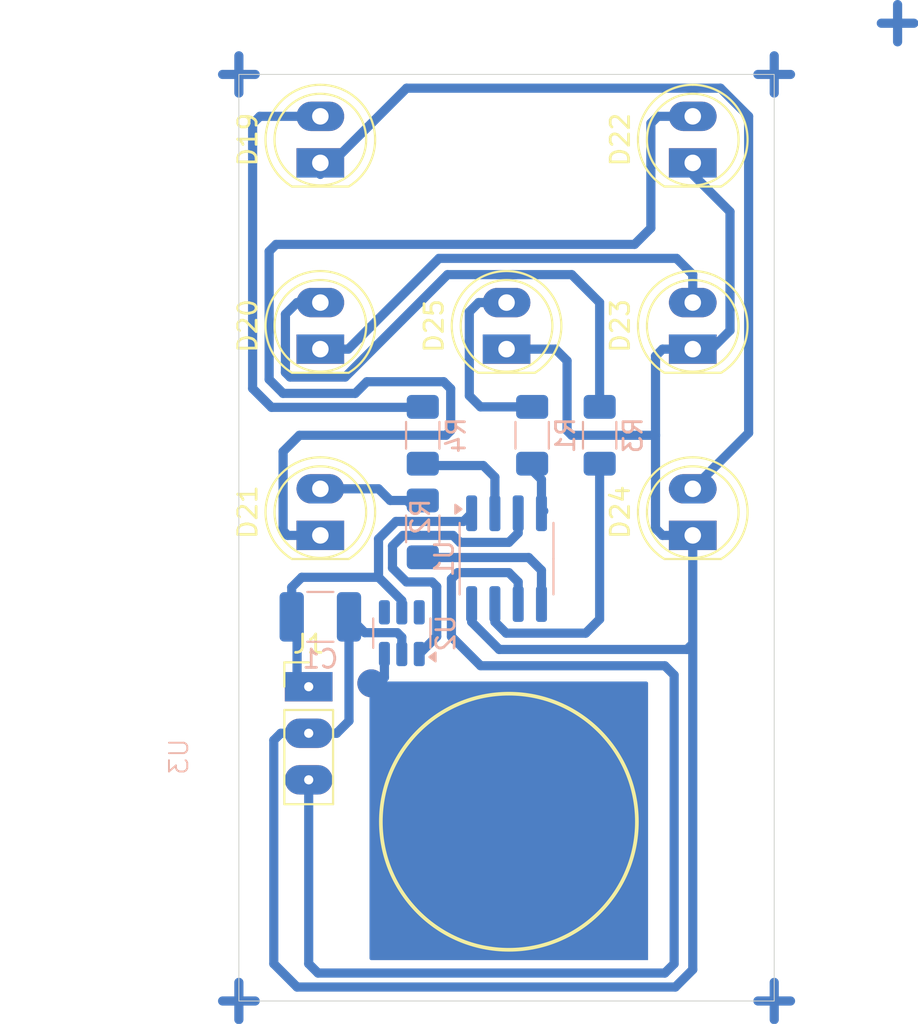
<source format=kicad_pcb>
(kicad_pcb (version 20240108) (generator "pcbnew") (generator_version "8.0")
  (layers (0 "F.Cu" signal) (31 "B.Cu" signal) (34 "B.Paste" user) (35 "F.Paste" user) (36 "B.SilkS" user "B.Silkscreen") (37 "F.SilkS" user "F.Silkscreen") (38 "B.Mask" user) (39 "F.Mask" user) (44 "Edge.Cuts" user))
  (net 0 "")
  (net 1 "GND")
  (net 2 "+5V")
  (net 3 "Net-(D19-A)")
  (net 4 "Net-(D19-K)")
  (net 5 "Net-(D20-A)")
  (net 6 "Net-(D20-K)")
  (net 7 "Net-(D21-K)")
  (net 8 "Net-(D21-A)")
  (net 9 "Net-(D25-A)")
  (net 10 "Net-(U1-PA2)")
  (net 11 "Net-(U1-PA3)")
  (net 12 "Net-(U1-PA6)")
  (net 13 "Net-(U1-PA7)")
  (net 15 "Net-(U2-In)")
  (net 17 "Net-(J1-Pin_3)")
  (net 18 "Net-(U1-PA1)")
  (footprint "ownFootprints:LED_D5.0mm" (layer "F.Cu") (at 147.32 48.26 90)
    (property "Reference" "D22" (at 1.27 -3.96 -90) (layer "F.SilkS"))
    (property "Value" "Red")
    (fp_line (start -1.29 -1.545) (end -1.29 1.545) (stroke (width 0.12)) (layer "F.SilkS"))
    (fp_arc (start -1.29 -1.54483) (mid 2.072002 -2.880433) (end 4.26 0.000462) (stroke (width 0.12)) (layer "F.SilkS"))
    (fp_arc (start 4.26 -0.000462) (mid 2.072002 2.880433) (end -1.29 1.54483) (stroke (width 0.12)) (layer "F.SilkS"))
    (fp_circle (center 1.27 0) (end 3.77 0) (stroke (width 0.12)) (fill none) (layer "F.SilkS"))
    (pad "1" thru_hole rect (at 0 0 90) (size 1.6 2.6) (drill 0.9) (layers "*.Cu" "*.Mask") (net 1 "GND"))
    (pad "2" thru_hole oval (at 2.54 0 90) (size 1.6 2.6) (drill 0.9) (layers "*.Cu" "*.Mask") (net 7 "Net-(D21-K)"))
  )
  (footprint "ownFootprints:LED_D5.0mm" (layer "F.Cu") (at 127 58.42 90)
    (property "Reference" "D20" (at 1.27 -3.96 -90) (layer "F.SilkS"))
    (property "Value" "Red")
    (fp_line (start -1.29 -1.545) (end -1.29 1.545) (stroke (width 0.12)) (layer "F.SilkS"))
    (fp_arc (start -1.29 -1.54483) (mid 2.072002 -2.880433) (end 4.26 0.000462) (stroke (width 0.12)) (layer "F.SilkS"))
    (fp_arc (start 4.26 -0.000462) (mid 2.072002 2.880433) (end -1.29 1.54483) (stroke (width 0.12)) (layer "F.SilkS"))
    (fp_circle (center 1.27 0) (end 3.77 0) (stroke (width 0.12)) (fill none) (layer "F.SilkS"))
    (pad "1" thru_hole rect (at 0 0 90) (size 1.6 2.6) (drill 0.9) (layers "*.Cu" "*.Mask") (net 6 "Net-(D20-K)"))
    (pad "2" thru_hole oval (at 2.54 0 90) (size 1.6 2.6) (drill 0.9) (layers "*.Cu" "*.Mask") (net 5 "Net-(D20-A)"))
  )
  (footprint "ownFootprints:LED_D5.0mm" (layer "F.Cu") (at 147.32 68.58 90)
    (property "Reference" "D24" (at 1.27 -3.96 -90) (layer "F.SilkS"))
    (property "Value" "Red")
    (fp_line (start -1.29 -1.545) (end -1.29 1.545) (stroke (width 0.12)) (layer "F.SilkS"))
    (fp_arc (start -1.29 -1.54483) (mid 2.072002 -2.880433) (end 4.26 0.000462) (stroke (width 0.12)) (layer "F.SilkS"))
    (fp_arc (start 4.26 -0.000462) (mid 2.072002 2.880433) (end -1.29 1.54483) (stroke (width 0.12)) (layer "F.SilkS"))
    (fp_circle (center 1.27 0) (end 3.77 0) (stroke (width 0.12)) (fill none) (layer "F.SilkS"))
    (pad "1" thru_hole rect (at 0 0 90) (size 1.6 2.6) (drill 0.9) (layers "*.Cu" "*.Mask") (net 1 "GND"))
    (pad "2" thru_hole oval (at 2.54 0 90) (size 1.6 2.6) (drill 0.9) (layers "*.Cu" "*.Mask") (net 4 "Net-(D19-K)"))
  )
  (footprint "ownFootprints:PinHeader_1x03_P2.54mm_Vertical" (layer "F.Cu") (at 126.365 76.835)
    (property "Reference" "J1" (at 0 -2.33 0) (layer "F.SilkS"))
    (property "Value" "Conn_01x03_Pin")
    (fp_line (start -1.33 -1.33) (end 0 -1.33) (stroke (width 0.12)) (layer "F.SilkS"))
    (fp_line (start -1.33 0) (end -1.33 -1.33) (stroke (width 0.12)) (layer "F.SilkS"))
    (fp_line (start -1.33 1.27) (end -1.33 6.41) (stroke (width 0.12)) (layer "F.SilkS"))
    (fp_line (start -1.33 1.27) (end 1.33 1.27) (stroke (width 0.12)) (layer "F.SilkS"))
    (fp_line (start -1.33 6.41) (end 1.33 6.41) (stroke (width 0.12)) (layer "F.SilkS"))
    (fp_line (start 1.33 1.27) (end 1.33 6.41) (stroke (width 0.12)) (layer "F.SilkS"))
    (pad "1" thru_hole rect (at 0 0) (size 2.6 1.6) (drill 0.5) (layers "*.Cu" "*.Mask") (net 2 "+5V"))
    (pad "2" thru_hole oval (at 0 2.54) (size 2.6 1.6) (drill 0.5) (layers "*.Cu" "*.Mask") (net 1 "GND"))
    (pad "3" thru_hole oval (at 0 5.08) (size 2.6 1.6) (drill 0.5) (layers "*.Cu" "*.Mask") (net 17 "Net-(J1-Pin_3)"))
  )
  (footprint "ownFootprints:LED_D5.0mm" (layer "F.Cu") (at 127 48.26 90)
    (property "Reference" "D19" (at 1.27 -3.96 -90) (layer "F.SilkS"))
    (property "Value" "Red")
    (fp_line (start -1.29 -1.545) (end -1.29 1.545) (stroke (width 0.12)) (layer "F.SilkS"))
    (fp_arc (start -1.29 -1.54483) (mid 2.072002 -2.880433) (end 4.26 0.000462) (stroke (width 0.12)) (layer "F.SilkS"))
    (fp_arc (start 4.26 -0.000462) (mid 2.072002 2.880433) (end -1.29 1.54483) (stroke (width 0.12)) (layer "F.SilkS"))
    (fp_circle (center 1.27 0) (end 3.77 0) (stroke (width 0.12)) (fill none) (layer "F.SilkS"))
    (pad "1" thru_hole rect (at 0 0 90) (size 1.6 2.6) (drill 0.9) (layers "*.Cu" "*.Mask") (net 4 "Net-(D19-K)"))
    (pad "2" thru_hole oval (at 2.54 0 90) (size 1.6 2.6) (drill 0.9) (layers "*.Cu" "*.Mask") (net 3 "Net-(D19-A)"))
  )
  (footprint "ownFootprints:LED_D5.0mm" (layer "F.Cu") (at 137.16 58.42 90)
    (property "Reference" "D25" (at 1.27 -3.96 -90) (layer "F.SilkS"))
    (property "Value" "Red")
    (fp_line (start -1.29 -1.545) (end -1.29 1.545) (stroke (width 0.12)) (layer "F.SilkS"))
    (fp_arc (start -1.29 -1.54483) (mid 2.072002 -2.880433) (end 4.26 0.000462) (stroke (width 0.12)) (layer "F.SilkS"))
    (fp_arc (start 4.26 -0.000462) (mid 2.072002 2.880433) (end -1.29 1.54483) (stroke (width 0.12)) (layer "F.SilkS"))
    (fp_circle (center 1.27 0) (end 3.77 0) (stroke (width 0.12)) (fill none) (layer "F.SilkS"))
    (pad "1" thru_hole rect (at 0 0 90) (size 1.6 2.6) (drill 0.9) (layers "*.Cu" "*.Mask") (net 1 "GND"))
    (pad "2" thru_hole oval (at 2.54 0 90) (size 1.6 2.6) (drill 0.9) (layers "*.Cu" "*.Mask") (net 9 "Net-(D25-A)"))
  )
  (footprint "ownFootprints:LED_D5.0mm" (layer "F.Cu") (at 147.32 58.42 90)
    (property "Reference" "D23" (at 1.27 -3.96 -90) (layer "F.SilkS"))
    (property "Value" "Red")
    (fp_line (start -1.29 -1.545) (end -1.29 1.545) (stroke (width 0.12)) (layer "F.SilkS"))
    (fp_arc (start -1.29 -1.54483) (mid 2.072002 -2.880433) (end 4.26 0.000462) (stroke (width 0.12)) (layer "F.SilkS"))
    (fp_arc (start 4.26 -0.000462) (mid 2.072002 2.880433) (end -1.29 1.54483) (stroke (width 0.12)) (layer "F.SilkS"))
    (fp_circle (center 1.27 0) (end 3.77 0) (stroke (width 0.12)) (fill none) (layer "F.SilkS"))
    (pad "1" thru_hole rect (at 0 0 90) (size 1.6 2.6) (drill 0.9) (layers "*.Cu" "*.Mask") (net 1 "GND"))
    (pad "2" thru_hole oval (at 2.54 0 90) (size 1.6 2.6) (drill 0.9) (layers "*.Cu" "*.Mask") (net 6 "Net-(D20-K)"))
  )
  (footprint "ownFootprints:LED_D5.0mm" (layer "F.Cu") (at 127 68.58 90)
    (property "Reference" "D21" (at 1.27 -3.96 -90) (layer "F.SilkS"))
    (property "Value" "Red")
    (fp_line (start -1.29 -1.545) (end -1.29 1.545) (stroke (width 0.12)) (layer "F.SilkS"))
    (fp_arc (start -1.29 -1.54483) (mid 2.072002 -2.880433) (end 4.26 0.000462) (stroke (width 0.12)) (layer "F.SilkS"))
    (fp_arc (start 4.26 -0.000462) (mid 2.072002 2.880433) (end -1.29 1.54483) (stroke (width 0.12)) (layer "F.SilkS"))
    (fp_circle (center 1.27 0) (end 3.77 0) (stroke (width 0.12)) (fill none) (layer "F.SilkS"))
    (pad "1" thru_hole rect (at 0 0 90) (size 1.6 2.6) (drill 0.9) (layers "*.Cu" "*.Mask") (net 7 "Net-(D21-K)"))
    (pad "2" thru_hole oval (at 2.54 0 90) (size 1.6 2.6) (drill 0.9) (layers "*.Cu" "*.Mask") (net 8 "Net-(D21-A)"))
  )
  (footprint "Package_TO_SOT_SMD:SOT-23-6" (layer "B.Cu") (at 131.445 73.914 90)
    (property "Reference" "U2" (at 0 2.4 -90) (layer "B.SilkS") (effects (justify mirror)))
    (property "Value" "~")
    (fp_line (start 0.8 -1.56) (end 0 -1.56) (stroke (width 0.12)) (layer "B.SilkS"))
    (fp_line (start -0.8 -1.56) (end 0 -1.56) (stroke (width 0.12)) (layer "B.SilkS"))
    (fp_line (start 0.8 1.56) (end 0 1.56) (stroke (width 0.12)) (layer "B.SilkS"))
    (fp_line (start -0.8 1.56) (end 0 1.56) (stroke (width 0.12)) (layer "B.SilkS"))
    (fp_poly (pts (xy -1.3 1.51) (xy -1.54 1.84) (xy -1.06 1.84) (xy -1.3 1.51)) (stroke (width 0.12)) (fill solid) (layer "B.SilkS"))
    (pad "1" smd roundrect (at -1.1375 0.95 90) (size 1.325 0.6) (layers "B.Cu" "B.Paste" "B.Mask") (net 13 "Net-(U1-PA7)"))
    (pad "2" smd roundrect (at -1.1375 0 90) (size 1.325 0.6) (layers "B.Cu" "B.Paste" "B.Mask") (net 1 "GND"))
    (pad "3" smd roundrect (at -1.1375 -0.95 90) (size 1.325 0.6) (layers "B.Cu" "B.Paste" "B.Mask") (net 15 "Net-(U2-In)"))
    (pad "4" smd roundrect (at 1.1375 -0.95 90) (size 1.325 0.6) (layers "B.Cu" "B.Paste" "B.Mask"))
    (pad "5" smd roundrect (at 1.1375 0 90) (size 1.325 0.6) (layers "B.Cu" "B.Paste" "B.Mask") (net 2 "+5V"))
    (pad "6" smd roundrect (at 1.1375 0.95 90) (size 1.325 0.6) (layers "B.Cu" "B.Paste" "B.Mask"))
  )
  (footprint "Capacitor_SMD:C_1210_3225Metric_Pad1.33x2.70mm_HandSolder" (layer "B.Cu") (at 127 73.025)
    (property "Reference" "C1" (at 0 2.3 0) (layer "B.SilkS") (effects (justify mirror)))
    (property "Value" "100n")
    (fp_line (start 0.711252 -1.36) (end -0.711252 -1.36) (stroke (width 0.12)) (layer "B.SilkS"))
    (fp_line (start 0.711252 1.36) (end -0.711252 1.36) (stroke (width 0.12)) (layer "B.SilkS"))
    (pad "1" smd roundrect (at -1.5625 0) (size 1.325 2.7) (layers "B.Cu" "B.Paste" "B.Mask") (roundrect_rratio 0.188679) (net 2 "+5V"))
    (pad "2" smd roundrect (at 1.5625 0) (size 1.325 2.7) (layers "B.Cu" "B.Paste" "B.Mask") (roundrect_rratio 0.188679) (net 1 "GND"))
  )
  (footprint "ownFootprints:TTP226-PAD" (layer "B.Cu") (at 119.782 80.651 -90)
    (property "Reference" "U3" (at 0 0.5 90) (layer "B.SilkS") (effects (font (thickness 0.1)) (justify mirror)))
    (property "Value" "~")
    (fp_rect (start 11 -25) (end -4 -10) (stroke (width 0.2)) (fill solid) (layer "B.Cu"))
    (pad "1" thru_hole circle (at -4 -10 270) (size 1.524 1.524) (drill 0.001) (layers "*.Cu" "B.Mask") (net 15 "Net-(U2-In)"))
  )
  (footprint "Package_SO:SOIC-8_3.9x4.9mm_P1.27mm" (layer "B.Cu") (at 137.16 69.85 -90)
    (property "Reference" "U1" (at 0 3.4 90) (layer "B.SilkS") (effects (justify mirror)))
    (property "Value" "ATtiny412-SS")
    (fp_line (start -1.95 2.56) (end 0 2.56) (stroke (width 0.12)) (layer "B.SilkS"))
    (fp_line (start 1.95 2.56) (end 0 2.56) (stroke (width 0.12)) (layer "B.SilkS"))
    (fp_line (start -1.95 -2.56) (end 0 -2.56) (stroke (width 0.12)) (layer "B.SilkS"))
    (fp_line (start 1.95 -2.56) (end 0 -2.56) (stroke (width 0.12)) (layer "B.SilkS"))
    (fp_poly (pts (xy -2.7 2.465) (xy -2.94 2.795) (xy -2.46 2.795) (xy -2.7 2.465)) (stroke (width 0.12)) (fill solid) (layer "B.SilkS"))
    (pad "1" smd roundrect (at -2.475 1.905 270) (size 1.95 0.6) (layers "B.Cu" "B.Paste" "B.Mask") (net 2 "+5V"))
    (pad "2" smd roundrect (at -2.475 0.635 270) (size 1.95 0.6) (layers "B.Cu" "B.Paste" "B.Mask") (net 12 "Net-(U1-PA6)"))
    (pad "3" smd roundrect (at -2.475 -0.635 270) (size 1.95 0.6) (layers "B.Cu" "B.Paste" "B.Mask") (net 13 "Net-(U1-PA7)"))
    (pad "4" smd roundrect (at -2.475 -1.905 270) (size 1.95 0.6) (layers "B.Cu" "B.Paste" "B.Mask") (net 18 "Net-(U1-PA1)"))
    (pad "5" smd roundrect (at 2.475 -1.905 270) (size 1.95 0.6) (layers "B.Cu" "B.Paste" "B.Mask") (net 10 "Net-(U1-PA2)"))
    (pad "6" smd roundrect (at 2.475 -0.635 270) (size 1.95 0.6) (layers "B.Cu" "B.Paste" "B.Mask") (net 17 "Net-(J1-Pin_3)"))
    (pad "7" smd roundrect (at 2.475 0.635 270) (size 1.95 0.6) (layers "B.Cu" "B.Paste" "B.Mask") (net 11 "Net-(U1-PA3)"))
    (pad "8" smd roundrect (at 2.475 1.905 270) (size 1.95 0.6) (layers "B.Cu" "B.Paste" "B.Mask") (net 1 "GND"))
  )
  (footprint "Resistor_SMD:R_1206_3216Metric_Pad1.30x1.75mm_HandSolder" (layer "B.Cu") (at 132.588 63.119 90)
    (property "Reference" "R4" (at 0 1.82 -90) (layer "B.SilkS") (effects (justify mirror)))
    (property "Value" "R 270")
    (fp_line (start 0.727064 -0.91) (end -0.727064 -0.91) (stroke (width 0.12)) (layer "B.SilkS"))
    (fp_line (start 0.727064 0.91) (end -0.727064 0.91) (stroke (width 0.12)) (layer "B.SilkS"))
    (pad "1" smd roundrect (at -1.55 0 90) (size 1.3 1.75) (layers "B.Cu" "B.Paste" "B.Mask") (roundrect_rratio 0.192308) (net 12 "Net-(U1-PA6)"))
    (pad "2" smd roundrect (at 1.55 0 90) (size 1.3 1.75) (layers "B.Cu" "B.Paste" "B.Mask") (roundrect_rratio 0.192308) (net 3 "Net-(D19-A)"))
  )
  (footprint "Resistor_SMD:R_1206_3216Metric_Pad1.30x1.75mm_HandSolder" (layer "B.Cu") (at 132.588 68.225 90)
    (property "Reference" "R2" (at 0.661 -0.127 -90) (layer "B.SilkS") (effects (justify mirror)))
    (property "Value" "R 270")
    (fp_line (start 0.727064 -0.91) (end -0.727064 -0.91) (stroke (width 0.12)) (layer "B.SilkS"))
    (fp_line (start 0.727064 0.91) (end -0.727064 0.91) (stroke (width 0.12)) (layer "B.SilkS"))
    (pad "1" smd roundrect (at -1.55 0 90) (size 1.3 1.75) (layers "B.Cu" "B.Paste" "B.Mask") (roundrect_rratio 0.192308) (net 10 "Net-(U1-PA2)"))
    (pad "2" smd roundrect (at 1.55 0 90) (size 1.3 1.75) (layers "B.Cu" "B.Paste" "B.Mask") (roundrect_rratio 0.192308) (net 8 "Net-(D21-A)"))
  )
  (footprint "Resistor_SMD:R_1206_3216Metric_Pad1.30x1.75mm_HandSolder" (layer "B.Cu") (at 138.557 63.119 90)
    (property "Reference" "R1" (at 0 1.82 270) (layer "B.SilkS") (effects (justify mirror)))
    (property "Value" "R 270")
    (fp_line (start 0.727064 -0.91) (end -0.727064 -0.91) (stroke (width 0.12)) (layer "B.SilkS"))
    (fp_line (start 0.727064 0.91) (end -0.727064 0.91) (stroke (width 0.12)) (layer "B.SilkS"))
    (pad "1" smd roundrect (at -1.55 0 90) (size 1.3 1.75) (layers "B.Cu" "B.Paste" "B.Mask") (roundrect_rratio 0.192308) (net 18 "Net-(U1-PA1)"))
    (pad "2" smd roundrect (at 1.55 0 90) (size 1.3 1.75) (layers "B.Cu" "B.Paste" "B.Mask") (roundrect_rratio 0.192308) (net 9 "Net-(D25-A)"))
  )
  (footprint "Resistor_SMD:R_1206_3216Metric_Pad1.30x1.75mm_HandSolder" (layer "B.Cu") (at 142.24 63.119 90)
    (property "Reference" "R3" (at 0 1.82 -90) (layer "B.SilkS") (effects (justify mirror)))
    (property "Value" "R 270")
    (fp_line (start 0.727064 -0.91) (end -0.727064 -0.91) (stroke (width 0.12)) (layer "B.SilkS"))
    (fp_line (start 0.727064 0.91) (end -0.727064 0.91) (stroke (width 0.12)) (layer "B.SilkS"))
    (pad "1" smd roundrect (at -1.55 0 90) (size 1.3 1.75) (layers "B.Cu" "B.Paste" "B.Mask") (roundrect_rratio 0.192308) (net 11 "Net-(U1-PA3)"))
    (pad "2" smd roundrect (at 1.55 0 90) (size 1.3 1.75) (layers "B.Cu" "B.Paste" "B.Mask") (roundrect_rratio 0.192308) (net 5 "Net-(D20-A)"))
  )
  (gr_circle (center 137.287 84.201) (end 144.272 84.201) (stroke (width 0.2)) (fill none) (layer "F.SilkS"))
  (gr_rect (start 122.555 43.434) (end 151.765 93.98) (stroke (width 0.05)) (fill none) (layer "Edge.Cuts"))
  (segment (start 158.496 39.624) (end 158.496 41.656) (width 0.5) (layer "B.Cu") (net 0))
  (segment (start 159.385 40.64) (end 157.607 40.64) (width 0.5) (layer "B.Cu") (net 0))
  (segment (start 152.654 43.434) (end 150.876 43.434) (width 0.5) (layer "B.Cu") (net 0))
  (segment (start 123.444 93.98) (end 121.666 93.98) (width 0.5) (layer "B.Cu") (net 0))
  (segment (start 122.555 92.964) (end 122.555 94.996) (width 0.5) (layer "B.Cu") (net 0))
  (segment (start 151.765 42.418) (end 151.765 44.45) (width 0.5) (layer "B.Cu") (net 0))
  (segment (start 122.555 42.418) (end 122.555 44.45) (width 0.5) (layer "B.Cu") (net 0))
  (segment (start 152.654 93.98) (end 150.876 93.98) (width 0.5) (layer "B.Cu") (net 0))
  (segment (start 151.765 92.964) (end 151.765 94.996) (width 0.5) (layer "B.Cu") (net 0))
  (segment (start 123.444 43.434) (end 121.666 43.434) (width 0.5) (layer "B.Cu") (net 0))
  (segment (start 147.32 68.58) (end 147.32 92.267) (width 0.5) (layer "B.Cu") (net 1))
  (segment (start 146.369 93.218) (end 125.73 93.218) (width 0.5) (layer "B.Cu") (net 1))
  (segment (start 139.827 58.42) (end 137.16 58.42) (width 0.5) (layer "B.Cu") (net 1))
  (segment (start 125.73 93.218) (end 124.46 91.948) (width 0.5) (layer "B.Cu") (net 1))
  (segment (start 145.669 68.58) (end 145.288 68.199) (width 0.5) (layer "B.Cu") (net 1))
  (segment (start 140.462 62.865) (end 140.462 59.055) (width 0.5) (layer "B.Cu") (net 1))
  (segment (start 128.27 73.3175) (end 128.5625 73.025) (width 0.5) (layer "B.Cu") (net 1))
  (segment (start 147.32 92.267) (end 146.369 93.218) (width 0.5) (layer "B.Cu") (net 1))
  (segment (start 127.889 79.375) (end 126.365 79.375) (width 0.5) (layer "B.Cu") (net 1))
  (segment (start 147.004 74.803) (end 147.193 74.614) (width 0.5) (layer "B.Cu") (net 1))
  (segment (start 140.716 63.119) (end 140.462 62.865) (width 0.5) (layer "B.Cu") (net 1))
  (segment (start 129.4265 73.889) (end 128.5625 73.025) (width 0.5) (layer "B.Cu") (net 1))
  (segment (start 135.255 72.325) (end 135.255 73.299999) (width 0.5) (layer "B.Cu") (net 1))
  (segment (start 131.198999 73.889) (end 129.4265 73.889) (width 0.5) (layer "B.Cu") (net 1))
  (segment (start 124.46 91.948) (end 124.46 79.756) (width 0.5) (layer "B.Cu") (net 1))
  (segment (start 147.32 68.58) (end 145.669 68.58) (width 0.5) (layer "B.Cu") (net 1))
  (segment (start 131.445 74.7975) (end 131.445 74.135001) (width 0.5) (layer "B.Cu") (net 1))
  (segment (start 140.462 59.055) (end 139.827 58.42) (width 0.5) (layer "B.Cu") (net 1))
  (segment (start 135.255 73.299999) (end 136.758001 74.803) (width 0.5) (layer "B.Cu") (net 1))
  (segment (start 124.46 79.756) (end 124.841 79.375) (width 0.5) (layer "B.Cu") (net 1))
  (segment (start 124.841 79.375) (end 126.365 79.375) (width 0.5) (layer "B.Cu") (net 1))
  (segment (start 145.288 63.119) (end 145.288 58.801) (width 0.5) (layer "B.Cu") (net 1))
  (segment (start 131.445 74.135001) (end 131.198999 73.889) (width 0.5) (layer "B.Cu") (net 1))
  (segment (start 147.32 58.42) (end 148.336 58.42) (width 0.5) (layer "B.Cu") (net 1))
  (segment (start 149.352 57.404) (end 149.352 50.9216) (width 0.5) (layer "B.Cu") (net 1))
  (segment (start 145.288 58.801) (end 145.669 58.42) (width 0.5) (layer "B.Cu") (net 1))
  (segment (start 128.5625 73.025) (end 128.5625 78.7015) (width 0.5) (layer "B.Cu") (net 1))
  (segment (start 145.288 63.119) (end 140.716 63.119) (width 0.5) (layer "B.Cu") (net 1))
  (segment (start 128.5625 78.7015) (end 127.889 79.375) (width 0.5) (layer "B.Cu") (net 1))
  (segment (start 145.669 58.42) (end 147.32 58.42) (width 0.5) (layer "B.Cu") (net 1))
  (segment (start 145.288 68.199) (end 145.288 63.119) (width 0.5) (layer "B.Cu") (net 1))
  (segment (start 136.758001 74.803) (end 147.004 74.803) (width 0.5) (layer "B.Cu") (net 1))
  (segment (start 148.336 58.42) (end 149.352 57.404) (width 0.5) (layer "B.Cu") (net 1))
  (segment (start 149.352 50.9216) (end 147.32 48.8896) (width 0.5) (layer "B.Cu") (net 1))
  (segment (start 134.812 67.818) (end 135.255 67.375) (width 0.5) (layer "B.Cu") (net 2))
  (segment (start 131.445 72.136) (end 130.175 70.866) (width 0.5) (layer "B.Cu") (net 2))
  (segment (start 130.175 70.866) (end 130.175 68.7705) (width 0.5) (layer "B.Cu") (net 2))
  (segment (start 125.4375 73.025) (end 125.4375 71.4125) (width 0.5) (layer "B.Cu") (net 2))
  (segment (start 125.73 73.3175) (end 125.4375 73.025) (width 0.5) (layer "B.Cu") (net 2))
  (segment (start 131.445 72.5225) (end 131.445 72.136) (width 0.5) (layer "B.Cu") (net 2))
  (segment (start 131.1275 67.818) (end 134.812 67.818) (width 0.5) (layer "B.Cu") (net 2))
  (segment (start 125.73 76.2) (end 125.73 73.3175) (width 0.5) (layer "B.Cu") (net 2))
  (segment (start 125.984 70.866) (end 130.175 70.866) (width 0.5) (layer "B.Cu") (net 2))
  (segment (start 125.4375 71.4125) (end 125.984 70.866) (width 0.5) (layer "B.Cu") (net 2))
  (segment (start 130.175 68.7705) (end 131.1275 67.818) (width 0.5) (layer "B.Cu") (net 2))
  (segment (start 131.953 61.595) (end 124.333 61.595) (width 0.5) (layer "B.Cu") (net 3))
  (segment (start 123.698 45.72) (end 127 45.72) (width 0.5) (layer "B.Cu") (net 3))
  (segment (start 124.333 61.595) (end 123.305 60.567) (width 0.5) (layer "B.Cu") (net 3))
  (segment (start 123.305 60.567) (end 123.305 46.113) (width 0.5) (layer "B.Cu") (net 3))
  (segment (start 123.305 46.113) (end 123.698 45.72) (width 0.5) (layer "B.Cu") (net 3))
  (segment (start 131.7056 44.184) (end 148.832 44.184) (width 0.5) (layer "B.Cu") (net 4))
  (segment (start 148.832 44.184) (end 150.368 45.72) (width 0.5) (layer "B.Cu") (net 4))
  (segment (start 150.368 45.72) (end 150.368 62.992) (width 0.5) (layer "B.Cu") (net 4))
  (segment (start 150.368 62.992) (end 147.32 66.04) (width 0.5) (layer "B.Cu") (net 4))
  (segment (start 127 48.8896) (end 131.7056 44.184) (width 0.5) (layer "B.Cu") (net 4))
  (segment (start 125.095 59.69) (end 125.095 56.515) (width 0.5) (layer "B.Cu") (net 5))
  (segment (start 125.095 56.515) (end 125.73 55.88) (width 0.5) (layer "B.Cu") (net 5))
  (segment (start 125.73 55.88) (end 127 55.88) (width 0.5) (layer "B.Cu") (net 5))
  (segment (start 133.938 54.356) (end 128.35 59.944) (width 0.5) (layer "B.Cu") (net 5))
  (segment (start 128.35 59.944) (end 125.349 59.944) (width 0.5) (layer "B.Cu") (net 5))
  (segment (start 142.24 55.88) (end 140.716 54.356) (width 0.5) (layer "B.Cu") (net 5))
  (segment (start 125.349 59.944) (end 125.095 59.69) (width 0.5) (layer "B.Cu") (net 5))
  (segment (start 142.24 61.569) (end 142.24 55.88) (width 0.5) (layer "B.Cu") (net 5))
  (segment (start 140.716 54.356) (end 133.938 54.356) (width 0.5) (layer "B.Cu") (net 5))
  (segment (start 133.477 53.467) (end 146.431 53.467) (width 0.5) (layer "B.Cu") (net 6))
  (segment (start 146.431 53.467) (end 147.32 54.356) (width 0.5) (layer "B.Cu") (net 6))
  (segment (start 127 58.42) (end 128.524 58.42) (width 0.5) (layer "B.Cu") (net 6))
  (segment (start 147.32 54.356) (end 147.32 55.88) (width 0.5) (layer "B.Cu") (net 6))
  (segment (start 128.524 58.42) (end 133.477 53.467) (width 0.5) (layer "B.Cu") (net 6))
  (segment (start 145.034 46.101) (end 145.415 45.72) (width 0.5) (layer "B.Cu") (net 7))
  (segment (start 124.968 60.833) (end 124.206 60.071) (width 0.5) (layer "B.Cu") (net 7))
  (segment (start 125.222 68.58) (end 124.968 68.326) (width 0.5) (layer "B.Cu") (net 7))
  (segment (start 133.731 60.198) (end 129.54 60.198) (width 0.5) (layer "B.Cu") (net 7))
  (segment (start 124.587 52.705) (end 144.145 52.705) (width 0.5) (layer "B.Cu") (net 7))
  (segment (start 134.112 60.579) (end 133.731 60.198) (width 0.5) (layer "B.Cu") (net 7))
  (segment (start 127 68.58) (end 125.222 68.58) (width 0.5) (layer "B.Cu") (net 7))
  (segment (start 128.905 60.833) (end 124.968 60.833) (width 0.5) (layer "B.Cu") (net 7))
  (segment (start 125.857 63.119) (end 133.858 63.119) (width 0.5) (layer "B.Cu") (net 7))
  (segment (start 134.112 62.865) (end 134.112 60.579) (width 0.5) (layer "B.Cu") (net 7))
  (segment (start 129.54 60.198) (end 128.905 60.833) (width 0.5) (layer "B.Cu") (net 7))
  (segment (start 124.206 53.086) (end 124.587 52.705) (width 0.5) (layer "B.Cu") (net 7))
  (segment (start 133.858 63.119) (end 134.112 62.865) (width 0.5) (layer "B.Cu") (net 7))
  (segment (start 124.968 64.008) (end 125.857 63.119) (width 0.5) (layer "B.Cu") (net 7))
  (segment (start 145.415 45.72) (end 147.32 45.72) (width 0.5) (layer "B.Cu") (net 7))
  (segment (start 124.968 68.326) (end 124.968 64.008) (width 0.5) (layer "B.Cu") (net 7))
  (segment (start 144.145 52.705) (end 145.034 51.816) (width 0.5) (layer "B.Cu") (net 7))
  (segment (start 124.206 60.071) (end 124.206 53.086) (width 0.5) (layer "B.Cu") (net 7))
  (segment (start 145.034 51.816) (end 145.034 46.101) (width 0.5) (layer "B.Cu") (net 7))
  (segment (start 130.81 66.675) (end 130.175 66.04) (width 0.5) (layer "B.Cu") (net 8))
  (segment (start 132.08 67.03) (end 131.725 66.675) (width 0.5) (layer "B.Cu") (net 8))
  (segment (start 131.725 66.675) (end 130.81 66.675) (width 0.5) (layer "B.Cu") (net 8))
  (segment (start 130.175 66.04) (end 127 66.04) (width 0.5) (layer "B.Cu") (net 8))
  (segment (start 137.16 55.88) (end 135.636 55.88) (width 0.5) (layer "B.Cu") (net 9))
  (segment (start 135.128 60.96) (end 135.737 61.569) (width 0.5) (layer "B.Cu") (net 9))
  (segment (start 135.636 55.88) (end 135.128 56.388) (width 0.5) (layer "B.Cu") (net 9))
  (segment (start 135.128 56.388) (end 135.128 60.96) (width 0.5) (layer "B.Cu") (net 9))
  (segment (start 135.737 61.569) (end 138.557 61.569) (width 0.5) (layer "B.Cu") (net 9))
  (segment (start 139.065 70.485) (end 139.065 72.325) (width 0.5) (layer "B.Cu") (net 10))
  (segment (start 132.422 69.788) (end 138.368 69.788) (width 0.5) (layer "B.Cu") (net 10))
  (segment (start 138.368 69.788) (end 139.065 70.485) (width 0.5) (layer "B.Cu") (net 10))
  (segment (start 132.08 70.13) (end 132.422 69.788) (width 0.5) (layer "B.Cu") (net 10))
  (segment (start 136.525 72.325) (end 136.525 73.299999) (width 0.5) (layer "B.Cu") (net 11))
  (segment (start 142.24 73.152) (end 142.24 64.669) (width 0.5) (layer "B.Cu") (net 11))
  (segment (start 141.478 73.914) (end 142.24 73.152) (width 0.5) (layer "B.Cu") (net 11))
  (segment (start 137.139001 73.914) (end 141.478 73.914) (width 0.5) (layer "B.Cu") (net 11))
  (segment (start 136.525 73.299999) (end 137.139001 73.914) (width 0.5) (layer "B.Cu") (net 11))
  (segment (start 135.89 64.77) (end 132.689 64.77) (width 0.5) (layer "B.Cu") (net 12))
  (segment (start 136.525 65.405) (end 135.89 64.77) (width 0.5) (layer "B.Cu") (net 12))
  (segment (start 136.525 67.375) (end 136.525 65.405) (width 0.5) (layer "B.Cu") (net 12))
  (segment (start 132.689 64.77) (end 132.588 64.669) (width 0.5) (layer "B.Cu") (net 12))
  (segment (start 137.287 68.961) (end 134.62 68.961) (width 0.5) (layer "B.Cu") (net 13))
  (segment (start 134.62 68.961) (end 134.239 68.58) (width 0.5) (layer "B.Cu") (net 13))
  (segment (start 133.096 71.12) (end 133.35 71.374) (width 0.5) (layer "B.Cu") (net 13))
  (segment (start 137.795 67.945) (end 137.795 67.375) (width 0.5) (layer "B.Cu") (net 13))
  (segment (start 130.937 69.156976) (end 130.937 70.358) (width 0.5) (layer "B.Cu") (net 13))
  (segment (start 137.795 68.453) (end 137.287 68.961) (width 0.5) (layer "B.Cu") (net 13))
  (segment (start 131.699 71.12) (end 133.096 71.12) (width 0.5) (layer "B.Cu") (net 13))
  (segment (start 133.35 71.374) (end 133.35 74.0965) (width 0.5) (layer "B.Cu") (net 13))
  (segment (start 137.795 67.375) (end 137.795 68.453) (width 0.5) (layer "B.Cu") (net 13))
  (segment (start 130.937 70.358) (end 131.699 71.12) (width 0.5) (layer "B.Cu") (net 13))
  (segment (start 131.513976 68.58) (end 130.937 69.156976) (width 0.5) (layer "B.Cu") (net 13))
  (segment (start 134.239 68.58) (end 131.513976 68.58) (width 0.5) (layer "B.Cu") (net 13))
  (segment (start 133.35 74.0965) (end 132.395 75.0515) (width 0.5) (layer "B.Cu") (net 13))
  (segment (start 130.495 74.7975) (end 130.495 76.331) (width 0.5) (layer "B.Cu") (net 15))
  (segment (start 130.495 76.331) (end 130.175 76.651) (width 0.5) (layer "B.Cu") (net 15))
  (segment (start 137.795 71.12) (end 137.287 70.612) (width 0.5) (layer "B.Cu") (net 17))
  (segment (start 146.304 91.948) (end 145.796 92.456) (width 0.5) (layer "B.Cu") (net 17))
  (segment (start 137.795 72.325) (end 137.795 71.12) (width 0.5) (layer "B.Cu") (net 17))
  (segment (start 134.493 70.612) (end 134.15 70.955) (width 0.5) (layer "B.Cu") (net 17))
  (segment (start 146.304 76.2) (end 146.304 91.948) (width 0.5) (layer "B.Cu") (net 17))
  (segment (start 126.365 91.948) (end 126.365 81.915) (width 0.5) (layer "B.Cu") (net 17))
  (segment (start 145.796 92.456) (end 126.873 92.456) (width 0.5) (layer "B.Cu") (net 17))
  (segment (start 137.287 70.612) (end 134.493 70.612) (width 0.5) (layer "B.Cu") (net 17))
  (segment (start 134.15 70.955) (end 134.15 74.0975) (width 0.5) (layer "B.Cu") (net 17))
  (segment (start 135.7445 75.692) (end 145.796 75.692) (width 0.5) (layer "B.Cu") (net 17))
  (segment (start 134.15 74.0975) (end 135.7445 75.692) (width 0.5) (layer "B.Cu") (net 17))
  (segment (start 145.796 75.692) (end 146.304 76.2) (width 0.5) (layer "B.Cu") (net 17))
  (segment (start 126.873 92.456) (end 126.365 91.948) (width 0.5) (layer "B.Cu") (net 17))
  (segment (start 139.065 67.375) (end 139.192 67.248) (width 0.5) (layer "B.Cu") (net 18))
  (segment (start 138.557 64.669) (end 138.557 65.024) (width 0.5) (layer "B.Cu") (net 18))
  (segment (start 138.557 65.024) (end 139.065 65.532) (width 0.5) (layer "B.Cu") (net 18))
  (segment (start 139.065 65.532) (end 139.065 67.375) (width 0.5) (layer "B.Cu") (net 18))
)
</source>
